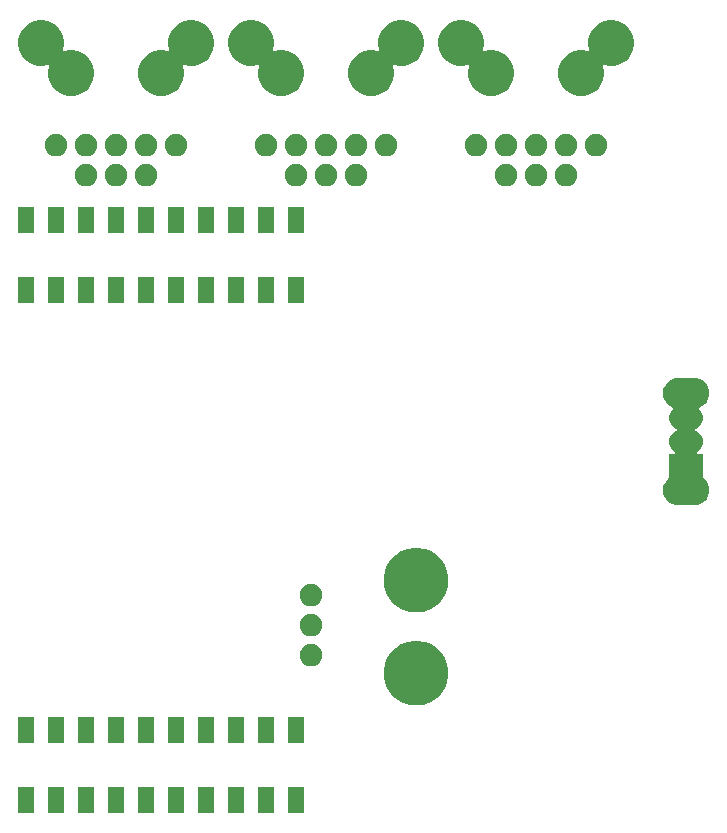
<source format=gbr>
G04 #@! TF.GenerationSoftware,KiCad,Pcbnew,(5.0.2)-1*
G04 #@! TF.CreationDate,2019-03-03T15:18:12-06:00*
G04 #@! TF.ProjectId,DriveBoard_Hardware,44726976-6542-46f6-9172-645f48617264,rev?*
G04 #@! TF.SameCoordinates,Original*
G04 #@! TF.FileFunction,Soldermask,Bot*
G04 #@! TF.FilePolarity,Negative*
%FSLAX46Y46*%
G04 Gerber Fmt 4.6, Leading zero omitted, Abs format (unit mm)*
G04 Created by KiCad (PCBNEW (5.0.2)-1) date 3/3/2019 3:18:12 PM*
%MOMM*%
%LPD*%
G01*
G04 APERTURE LIST*
%ADD10C,0.100000*%
G04 APERTURE END LIST*
D10*
G36*
X94675300Y-138553800D02*
X93284700Y-138553800D01*
X93284700Y-136375800D01*
X94675300Y-136375800D01*
X94675300Y-138553800D01*
X94675300Y-138553800D01*
G37*
G36*
X92135300Y-138553800D02*
X90744700Y-138553800D01*
X90744700Y-136375800D01*
X92135300Y-136375800D01*
X92135300Y-138553800D01*
X92135300Y-138553800D01*
G37*
G36*
X71815300Y-138553800D02*
X70424700Y-138553800D01*
X70424700Y-136375800D01*
X71815300Y-136375800D01*
X71815300Y-138553800D01*
X71815300Y-138553800D01*
G37*
G36*
X87055300Y-138553800D02*
X85664700Y-138553800D01*
X85664700Y-136375800D01*
X87055300Y-136375800D01*
X87055300Y-138553800D01*
X87055300Y-138553800D01*
G37*
G36*
X74355300Y-138553800D02*
X72964700Y-138553800D01*
X72964700Y-136375800D01*
X74355300Y-136375800D01*
X74355300Y-138553800D01*
X74355300Y-138553800D01*
G37*
G36*
X76895300Y-138553800D02*
X75504700Y-138553800D01*
X75504700Y-136375800D01*
X76895300Y-136375800D01*
X76895300Y-138553800D01*
X76895300Y-138553800D01*
G37*
G36*
X79435300Y-138553800D02*
X78044700Y-138553800D01*
X78044700Y-136375800D01*
X79435300Y-136375800D01*
X79435300Y-138553800D01*
X79435300Y-138553800D01*
G37*
G36*
X81975300Y-138553800D02*
X80584700Y-138553800D01*
X80584700Y-136375800D01*
X81975300Y-136375800D01*
X81975300Y-138553800D01*
X81975300Y-138553800D01*
G37*
G36*
X84515300Y-138553800D02*
X83124700Y-138553800D01*
X83124700Y-136375800D01*
X84515300Y-136375800D01*
X84515300Y-138553800D01*
X84515300Y-138553800D01*
G37*
G36*
X89595300Y-138553800D02*
X88204700Y-138553800D01*
X88204700Y-136375800D01*
X89595300Y-136375800D01*
X89595300Y-138553800D01*
X89595300Y-138553800D01*
G37*
G36*
X94675300Y-132661000D02*
X93284700Y-132661000D01*
X93284700Y-130483000D01*
X94675300Y-130483000D01*
X94675300Y-132661000D01*
X94675300Y-132661000D01*
G37*
G36*
X89595300Y-132661000D02*
X88204700Y-132661000D01*
X88204700Y-130483000D01*
X89595300Y-130483000D01*
X89595300Y-132661000D01*
X89595300Y-132661000D01*
G37*
G36*
X79435300Y-132661000D02*
X78044700Y-132661000D01*
X78044700Y-130483000D01*
X79435300Y-130483000D01*
X79435300Y-132661000D01*
X79435300Y-132661000D01*
G37*
G36*
X76895300Y-132661000D02*
X75504700Y-132661000D01*
X75504700Y-130483000D01*
X76895300Y-130483000D01*
X76895300Y-132661000D01*
X76895300Y-132661000D01*
G37*
G36*
X74355300Y-132661000D02*
X72964700Y-132661000D01*
X72964700Y-130483000D01*
X74355300Y-130483000D01*
X74355300Y-132661000D01*
X74355300Y-132661000D01*
G37*
G36*
X71815300Y-132661000D02*
X70424700Y-132661000D01*
X70424700Y-130483000D01*
X71815300Y-130483000D01*
X71815300Y-132661000D01*
X71815300Y-132661000D01*
G37*
G36*
X84515300Y-132661000D02*
X83124700Y-132661000D01*
X83124700Y-130483000D01*
X84515300Y-130483000D01*
X84515300Y-132661000D01*
X84515300Y-132661000D01*
G37*
G36*
X87055300Y-132661000D02*
X85664700Y-132661000D01*
X85664700Y-130483000D01*
X87055300Y-130483000D01*
X87055300Y-132661000D01*
X87055300Y-132661000D01*
G37*
G36*
X81975300Y-132661000D02*
X80584700Y-132661000D01*
X80584700Y-130483000D01*
X81975300Y-130483000D01*
X81975300Y-132661000D01*
X81975300Y-132661000D01*
G37*
G36*
X92135300Y-132661000D02*
X90744700Y-132661000D01*
X90744700Y-130483000D01*
X92135300Y-130483000D01*
X92135300Y-132661000D01*
X92135300Y-132661000D01*
G37*
G36*
X104762775Y-124076197D02*
X104939229Y-124111296D01*
X105437877Y-124317843D01*
X105873262Y-124608759D01*
X105886651Y-124617705D01*
X106268295Y-124999349D01*
X106268297Y-124999352D01*
X106568157Y-125448123D01*
X106774704Y-125946771D01*
X106880000Y-126476134D01*
X106880000Y-127015866D01*
X106774704Y-127545229D01*
X106568157Y-128043877D01*
X106270319Y-128489621D01*
X106268295Y-128492651D01*
X105886651Y-128874295D01*
X105886648Y-128874297D01*
X105437877Y-129174157D01*
X104939229Y-129380704D01*
X104762775Y-129415803D01*
X104409868Y-129486000D01*
X103870132Y-129486000D01*
X103517225Y-129415803D01*
X103340771Y-129380704D01*
X102842123Y-129174157D01*
X102393352Y-128874297D01*
X102393349Y-128874295D01*
X102011705Y-128492651D01*
X102009681Y-128489621D01*
X101711843Y-128043877D01*
X101505296Y-127545229D01*
X101400000Y-127015866D01*
X101400000Y-126476134D01*
X101505296Y-125946771D01*
X101711843Y-125448123D01*
X102011703Y-124999352D01*
X102011705Y-124999349D01*
X102393349Y-124617705D01*
X102406738Y-124608759D01*
X102842123Y-124317843D01*
X103340771Y-124111296D01*
X103517225Y-124076197D01*
X103870132Y-124006000D01*
X104409868Y-124006000D01*
X104762775Y-124076197D01*
X104762775Y-124076197D01*
G37*
G36*
X95530603Y-124296968D02*
X95530606Y-124296969D01*
X95530605Y-124296969D01*
X95705678Y-124369486D01*
X95705679Y-124369487D01*
X95863241Y-124474767D01*
X95997233Y-124608759D01*
X96050232Y-124688077D01*
X96102514Y-124766322D01*
X96158603Y-124901734D01*
X96175032Y-124941397D01*
X96212000Y-125127250D01*
X96212000Y-125316750D01*
X96175032Y-125502603D01*
X96175031Y-125502605D01*
X96102514Y-125677678D01*
X96102513Y-125677679D01*
X95997233Y-125835241D01*
X95863241Y-125969233D01*
X95783923Y-126022232D01*
X95705678Y-126074514D01*
X95570266Y-126130603D01*
X95530603Y-126147032D01*
X95344750Y-126184000D01*
X95155250Y-126184000D01*
X94969397Y-126147032D01*
X94929734Y-126130603D01*
X94794322Y-126074514D01*
X94716077Y-126022232D01*
X94636759Y-125969233D01*
X94502767Y-125835241D01*
X94397487Y-125677679D01*
X94397486Y-125677678D01*
X94324969Y-125502605D01*
X94324968Y-125502603D01*
X94288000Y-125316750D01*
X94288000Y-125127250D01*
X94324968Y-124941397D01*
X94341397Y-124901734D01*
X94397486Y-124766322D01*
X94449768Y-124688077D01*
X94502767Y-124608759D01*
X94636759Y-124474767D01*
X94794321Y-124369487D01*
X94794322Y-124369486D01*
X94969395Y-124296969D01*
X94969394Y-124296969D01*
X94969397Y-124296968D01*
X95155250Y-124260000D01*
X95344750Y-124260000D01*
X95530603Y-124296968D01*
X95530603Y-124296968D01*
G37*
G36*
X95530603Y-121756968D02*
X95530606Y-121756969D01*
X95530605Y-121756969D01*
X95705678Y-121829486D01*
X95705679Y-121829487D01*
X95863241Y-121934767D01*
X95997233Y-122068759D01*
X95997234Y-122068761D01*
X96102514Y-122226322D01*
X96158603Y-122361734D01*
X96175032Y-122401397D01*
X96212000Y-122587250D01*
X96212000Y-122776750D01*
X96175032Y-122962603D01*
X96175031Y-122962605D01*
X96102514Y-123137678D01*
X96102513Y-123137679D01*
X95997233Y-123295241D01*
X95863241Y-123429233D01*
X95783923Y-123482232D01*
X95705678Y-123534514D01*
X95570266Y-123590603D01*
X95530603Y-123607032D01*
X95344750Y-123644000D01*
X95155250Y-123644000D01*
X94969397Y-123607032D01*
X94929734Y-123590603D01*
X94794322Y-123534514D01*
X94716077Y-123482232D01*
X94636759Y-123429233D01*
X94502767Y-123295241D01*
X94397487Y-123137679D01*
X94397486Y-123137678D01*
X94324969Y-122962605D01*
X94324968Y-122962603D01*
X94288000Y-122776750D01*
X94288000Y-122587250D01*
X94324968Y-122401397D01*
X94341397Y-122361734D01*
X94397486Y-122226322D01*
X94502766Y-122068761D01*
X94502767Y-122068759D01*
X94636759Y-121934767D01*
X94794321Y-121829487D01*
X94794322Y-121829486D01*
X94969395Y-121756969D01*
X94969394Y-121756969D01*
X94969397Y-121756968D01*
X95155250Y-121720000D01*
X95344750Y-121720000D01*
X95530603Y-121756968D01*
X95530603Y-121756968D01*
G37*
G36*
X104762775Y-116202197D02*
X104939229Y-116237296D01*
X105437877Y-116443843D01*
X105883621Y-116741681D01*
X105886651Y-116743705D01*
X106268295Y-117125349D01*
X106268297Y-117125352D01*
X106568157Y-117574123D01*
X106568157Y-117574124D01*
X106774704Y-118072772D01*
X106880000Y-118602132D01*
X106880000Y-119141868D01*
X106829695Y-119394767D01*
X106774704Y-119671229D01*
X106568157Y-120169877D01*
X106399290Y-120422603D01*
X106268295Y-120618651D01*
X105886651Y-121000295D01*
X105886648Y-121000297D01*
X105437877Y-121300157D01*
X104939229Y-121506704D01*
X104762775Y-121541803D01*
X104409868Y-121612000D01*
X103870132Y-121612000D01*
X103517225Y-121541803D01*
X103340771Y-121506704D01*
X102842123Y-121300157D01*
X102393352Y-121000297D01*
X102393349Y-121000295D01*
X102011705Y-120618651D01*
X101880710Y-120422603D01*
X101711843Y-120169877D01*
X101505296Y-119671229D01*
X101450305Y-119394767D01*
X101400000Y-119141868D01*
X101400000Y-118602132D01*
X101505296Y-118072772D01*
X101711843Y-117574124D01*
X101711843Y-117574123D01*
X102011703Y-117125352D01*
X102011705Y-117125349D01*
X102393349Y-116743705D01*
X102396379Y-116741681D01*
X102842123Y-116443843D01*
X103340771Y-116237296D01*
X103517225Y-116202197D01*
X103870132Y-116132000D01*
X104409868Y-116132000D01*
X104762775Y-116202197D01*
X104762775Y-116202197D01*
G37*
G36*
X95530603Y-119216968D02*
X95530606Y-119216969D01*
X95530605Y-119216969D01*
X95705678Y-119289486D01*
X95705679Y-119289487D01*
X95863241Y-119394767D01*
X95997233Y-119528759D01*
X95997234Y-119528761D01*
X96102514Y-119686322D01*
X96158603Y-119821734D01*
X96175032Y-119861397D01*
X96212000Y-120047250D01*
X96212000Y-120236750D01*
X96175032Y-120422603D01*
X96175031Y-120422605D01*
X96102514Y-120597678D01*
X96102513Y-120597679D01*
X95997233Y-120755241D01*
X95863241Y-120889233D01*
X95783923Y-120942232D01*
X95705678Y-120994514D01*
X95570266Y-121050603D01*
X95530603Y-121067032D01*
X95344750Y-121104000D01*
X95155250Y-121104000D01*
X94969397Y-121067032D01*
X94929734Y-121050603D01*
X94794322Y-120994514D01*
X94716077Y-120942232D01*
X94636759Y-120889233D01*
X94502767Y-120755241D01*
X94397487Y-120597679D01*
X94397486Y-120597678D01*
X94324969Y-120422605D01*
X94324968Y-120422603D01*
X94288000Y-120236750D01*
X94288000Y-120047250D01*
X94324968Y-119861397D01*
X94341397Y-119821734D01*
X94397486Y-119686322D01*
X94502766Y-119528761D01*
X94502767Y-119528759D01*
X94636759Y-119394767D01*
X94794321Y-119289487D01*
X94794322Y-119289486D01*
X94969395Y-119216969D01*
X94969394Y-119216969D01*
X94969397Y-119216968D01*
X95155250Y-119180000D01*
X95344750Y-119180000D01*
X95530603Y-119216968D01*
X95530603Y-119216968D01*
G37*
G36*
X127904845Y-101770810D02*
X128149896Y-101845145D01*
X128375736Y-101965860D01*
X128573687Y-102128313D01*
X128736140Y-102326264D01*
X128856855Y-102552104D01*
X128931190Y-102797155D01*
X128956290Y-103052000D01*
X128931190Y-103306845D01*
X128856855Y-103551896D01*
X128736140Y-103777736D01*
X128573687Y-103975687D01*
X128375736Y-104138140D01*
X128169106Y-104248587D01*
X128148741Y-104262195D01*
X128131414Y-104279522D01*
X128117800Y-104299897D01*
X128108422Y-104322536D01*
X128103642Y-104346569D01*
X128103642Y-104371073D01*
X128108423Y-104395107D01*
X128117800Y-104417746D01*
X128131414Y-104438120D01*
X128148740Y-104455447D01*
X128175003Y-104477001D01*
X128293717Y-104621653D01*
X128381932Y-104786691D01*
X128436254Y-104965769D01*
X128454596Y-105152000D01*
X128436254Y-105338231D01*
X128381932Y-105517309D01*
X128293717Y-105682347D01*
X128175001Y-105827001D01*
X128030347Y-105945717D01*
X127860600Y-106036449D01*
X127847777Y-106041760D01*
X127827403Y-106055374D01*
X127810076Y-106072702D01*
X127796462Y-106093076D01*
X127787085Y-106115716D01*
X127782305Y-106139749D01*
X127782305Y-106164253D01*
X127787086Y-106188287D01*
X127796463Y-106210926D01*
X127810077Y-106231300D01*
X127827405Y-106248627D01*
X127847779Y-106262241D01*
X127860601Y-106267552D01*
X128030347Y-106358283D01*
X128175001Y-106476999D01*
X128293717Y-106621653D01*
X128381932Y-106786691D01*
X128436254Y-106965769D01*
X128454596Y-107152000D01*
X128436254Y-107338231D01*
X128381932Y-107517309D01*
X128293717Y-107682347D01*
X128175001Y-107827001D01*
X128030347Y-107945717D01*
X127990978Y-107966760D01*
X127970604Y-107980374D01*
X127953276Y-107997701D01*
X127939663Y-108018076D01*
X127930285Y-108040715D01*
X127925505Y-108064748D01*
X127925505Y-108089252D01*
X127930286Y-108113286D01*
X127939663Y-108135925D01*
X127953277Y-108156299D01*
X127970604Y-108173627D01*
X127990979Y-108187240D01*
X128013618Y-108196618D01*
X128049903Y-108202000D01*
X128450000Y-108202000D01*
X128450000Y-110167687D01*
X128452402Y-110192073D01*
X128459515Y-110215522D01*
X128471066Y-110237133D01*
X128486612Y-110256075D01*
X128495689Y-110264303D01*
X128573687Y-110328313D01*
X128736140Y-110526264D01*
X128856855Y-110752104D01*
X128931190Y-110997155D01*
X128956290Y-111252000D01*
X128931190Y-111506845D01*
X128856855Y-111751896D01*
X128736140Y-111977736D01*
X128573687Y-112175687D01*
X128375736Y-112338140D01*
X128149896Y-112458855D01*
X127904845Y-112533190D01*
X127713864Y-112552000D01*
X126286136Y-112552000D01*
X126095155Y-112533190D01*
X125850104Y-112458855D01*
X125624264Y-112338140D01*
X125426313Y-112175687D01*
X125263860Y-111977736D01*
X125143145Y-111751896D01*
X125068810Y-111506845D01*
X125043710Y-111252000D01*
X125068810Y-110997155D01*
X125143145Y-110752104D01*
X125263860Y-110526264D01*
X125426313Y-110328313D01*
X125504305Y-110264307D01*
X125521626Y-110246986D01*
X125535240Y-110226612D01*
X125544618Y-110203973D01*
X125549398Y-110179939D01*
X125550000Y-110167687D01*
X125550000Y-108202000D01*
X125950097Y-108202000D01*
X125974483Y-108199598D01*
X125997932Y-108192485D01*
X126019543Y-108180934D01*
X126038485Y-108165388D01*
X126054031Y-108146446D01*
X126065582Y-108124835D01*
X126072695Y-108101386D01*
X126075097Y-108077000D01*
X126072695Y-108052614D01*
X126065582Y-108029165D01*
X126054031Y-108007554D01*
X126038485Y-107988612D01*
X126009022Y-107966760D01*
X125969653Y-107945717D01*
X125824999Y-107827001D01*
X125706283Y-107682347D01*
X125618068Y-107517309D01*
X125563746Y-107338231D01*
X125545404Y-107152000D01*
X125563746Y-106965769D01*
X125618068Y-106786691D01*
X125706283Y-106621653D01*
X125824999Y-106476999D01*
X125969653Y-106358283D01*
X126139400Y-106267551D01*
X126152223Y-106262240D01*
X126172597Y-106248626D01*
X126189924Y-106231298D01*
X126203538Y-106210924D01*
X126212915Y-106188284D01*
X126217695Y-106164251D01*
X126217695Y-106139747D01*
X126212914Y-106115713D01*
X126203537Y-106093074D01*
X126189923Y-106072700D01*
X126172595Y-106055373D01*
X126152221Y-106041759D01*
X126139399Y-106036448D01*
X125969653Y-105945717D01*
X125824999Y-105827001D01*
X125706283Y-105682347D01*
X125618068Y-105517309D01*
X125563746Y-105338231D01*
X125545404Y-105152000D01*
X125563746Y-104965769D01*
X125618068Y-104786691D01*
X125706283Y-104621653D01*
X125824997Y-104477001D01*
X125851260Y-104455447D01*
X125868587Y-104438119D01*
X125882201Y-104417745D01*
X125891578Y-104395105D01*
X125896358Y-104371072D01*
X125896358Y-104346568D01*
X125891577Y-104322534D01*
X125882200Y-104299895D01*
X125868586Y-104279521D01*
X125851258Y-104262194D01*
X125830894Y-104248587D01*
X125624264Y-104138140D01*
X125426313Y-103975687D01*
X125263860Y-103777736D01*
X125143145Y-103551896D01*
X125068810Y-103306845D01*
X125043710Y-103052000D01*
X125068810Y-102797155D01*
X125143145Y-102552104D01*
X125263860Y-102326264D01*
X125426313Y-102128313D01*
X125624264Y-101965860D01*
X125850104Y-101845145D01*
X126095155Y-101770810D01*
X126286136Y-101752000D01*
X127713864Y-101752000D01*
X127904845Y-101770810D01*
X127904845Y-101770810D01*
G37*
G36*
X84515300Y-95373800D02*
X83124700Y-95373800D01*
X83124700Y-93195800D01*
X84515300Y-93195800D01*
X84515300Y-95373800D01*
X84515300Y-95373800D01*
G37*
G36*
X71815300Y-95373800D02*
X70424700Y-95373800D01*
X70424700Y-93195800D01*
X71815300Y-93195800D01*
X71815300Y-95373800D01*
X71815300Y-95373800D01*
G37*
G36*
X74355300Y-95373800D02*
X72964700Y-95373800D01*
X72964700Y-93195800D01*
X74355300Y-93195800D01*
X74355300Y-95373800D01*
X74355300Y-95373800D01*
G37*
G36*
X76895300Y-95373800D02*
X75504700Y-95373800D01*
X75504700Y-93195800D01*
X76895300Y-93195800D01*
X76895300Y-95373800D01*
X76895300Y-95373800D01*
G37*
G36*
X81975300Y-95373800D02*
X80584700Y-95373800D01*
X80584700Y-93195800D01*
X81975300Y-93195800D01*
X81975300Y-95373800D01*
X81975300Y-95373800D01*
G37*
G36*
X87055300Y-95373800D02*
X85664700Y-95373800D01*
X85664700Y-93195800D01*
X87055300Y-93195800D01*
X87055300Y-95373800D01*
X87055300Y-95373800D01*
G37*
G36*
X89595300Y-95373800D02*
X88204700Y-95373800D01*
X88204700Y-93195800D01*
X89595300Y-93195800D01*
X89595300Y-95373800D01*
X89595300Y-95373800D01*
G37*
G36*
X92135300Y-95373800D02*
X90744700Y-95373800D01*
X90744700Y-93195800D01*
X92135300Y-93195800D01*
X92135300Y-95373800D01*
X92135300Y-95373800D01*
G37*
G36*
X94675300Y-95373800D02*
X93284700Y-95373800D01*
X93284700Y-93195800D01*
X94675300Y-93195800D01*
X94675300Y-95373800D01*
X94675300Y-95373800D01*
G37*
G36*
X79435300Y-95373800D02*
X78044700Y-95373800D01*
X78044700Y-93195800D01*
X79435300Y-93195800D01*
X79435300Y-95373800D01*
X79435300Y-95373800D01*
G37*
G36*
X71815300Y-89481000D02*
X70424700Y-89481000D01*
X70424700Y-87303000D01*
X71815300Y-87303000D01*
X71815300Y-89481000D01*
X71815300Y-89481000D01*
G37*
G36*
X74355300Y-89481000D02*
X72964700Y-89481000D01*
X72964700Y-87303000D01*
X74355300Y-87303000D01*
X74355300Y-89481000D01*
X74355300Y-89481000D01*
G37*
G36*
X79435300Y-89481000D02*
X78044700Y-89481000D01*
X78044700Y-87303000D01*
X79435300Y-87303000D01*
X79435300Y-89481000D01*
X79435300Y-89481000D01*
G37*
G36*
X81975300Y-89481000D02*
X80584700Y-89481000D01*
X80584700Y-87303000D01*
X81975300Y-87303000D01*
X81975300Y-89481000D01*
X81975300Y-89481000D01*
G37*
G36*
X89595300Y-89481000D02*
X88204700Y-89481000D01*
X88204700Y-87303000D01*
X89595300Y-87303000D01*
X89595300Y-89481000D01*
X89595300Y-89481000D01*
G37*
G36*
X84515300Y-89481000D02*
X83124700Y-89481000D01*
X83124700Y-87303000D01*
X84515300Y-87303000D01*
X84515300Y-89481000D01*
X84515300Y-89481000D01*
G37*
G36*
X92135300Y-89481000D02*
X90744700Y-89481000D01*
X90744700Y-87303000D01*
X92135300Y-87303000D01*
X92135300Y-89481000D01*
X92135300Y-89481000D01*
G37*
G36*
X94675300Y-89481000D02*
X93284700Y-89481000D01*
X93284700Y-87303000D01*
X94675300Y-87303000D01*
X94675300Y-89481000D01*
X94675300Y-89481000D01*
G37*
G36*
X76895300Y-89481000D02*
X75504700Y-89481000D01*
X75504700Y-87303000D01*
X76895300Y-87303000D01*
X76895300Y-89481000D01*
X76895300Y-89481000D01*
G37*
G36*
X87055300Y-89481000D02*
X85664700Y-89481000D01*
X85664700Y-87303000D01*
X87055300Y-87303000D01*
X87055300Y-89481000D01*
X87055300Y-89481000D01*
G37*
G36*
X114580603Y-83656968D02*
X114580606Y-83656969D01*
X114580605Y-83656969D01*
X114755678Y-83729486D01*
X114755679Y-83729487D01*
X114913241Y-83834767D01*
X115047233Y-83968759D01*
X115047234Y-83968761D01*
X115152514Y-84126322D01*
X115208603Y-84261734D01*
X115225032Y-84301397D01*
X115262000Y-84487250D01*
X115262000Y-84676750D01*
X115225032Y-84862603D01*
X115225031Y-84862605D01*
X115152514Y-85037678D01*
X115152513Y-85037679D01*
X115047233Y-85195241D01*
X114913241Y-85329233D01*
X114833923Y-85382232D01*
X114755678Y-85434514D01*
X114620266Y-85490603D01*
X114580603Y-85507032D01*
X114394750Y-85544000D01*
X114205250Y-85544000D01*
X114019397Y-85507032D01*
X113979734Y-85490603D01*
X113844322Y-85434514D01*
X113766077Y-85382232D01*
X113686759Y-85329233D01*
X113552767Y-85195241D01*
X113447487Y-85037679D01*
X113447486Y-85037678D01*
X113374969Y-84862605D01*
X113374968Y-84862603D01*
X113338000Y-84676750D01*
X113338000Y-84487250D01*
X113374968Y-84301397D01*
X113391397Y-84261734D01*
X113447486Y-84126322D01*
X113552766Y-83968761D01*
X113552767Y-83968759D01*
X113686759Y-83834767D01*
X113844321Y-83729487D01*
X113844322Y-83729486D01*
X114019395Y-83656969D01*
X114019394Y-83656969D01*
X114019397Y-83656968D01*
X114205250Y-83620000D01*
X114394750Y-83620000D01*
X114580603Y-83656968D01*
X114580603Y-83656968D01*
G37*
G36*
X76480603Y-83656968D02*
X76480606Y-83656969D01*
X76480605Y-83656969D01*
X76655678Y-83729486D01*
X76655679Y-83729487D01*
X76813241Y-83834767D01*
X76947233Y-83968759D01*
X76947234Y-83968761D01*
X77052514Y-84126322D01*
X77108603Y-84261734D01*
X77125032Y-84301397D01*
X77162000Y-84487250D01*
X77162000Y-84676750D01*
X77125032Y-84862603D01*
X77125031Y-84862605D01*
X77052514Y-85037678D01*
X77052513Y-85037679D01*
X76947233Y-85195241D01*
X76813241Y-85329233D01*
X76733923Y-85382232D01*
X76655678Y-85434514D01*
X76520266Y-85490603D01*
X76480603Y-85507032D01*
X76294750Y-85544000D01*
X76105250Y-85544000D01*
X75919397Y-85507032D01*
X75879734Y-85490603D01*
X75744322Y-85434514D01*
X75666077Y-85382232D01*
X75586759Y-85329233D01*
X75452767Y-85195241D01*
X75347487Y-85037679D01*
X75347486Y-85037678D01*
X75274969Y-84862605D01*
X75274968Y-84862603D01*
X75238000Y-84676750D01*
X75238000Y-84487250D01*
X75274968Y-84301397D01*
X75291397Y-84261734D01*
X75347486Y-84126322D01*
X75452766Y-83968761D01*
X75452767Y-83968759D01*
X75586759Y-83834767D01*
X75744321Y-83729487D01*
X75744322Y-83729486D01*
X75919395Y-83656969D01*
X75919394Y-83656969D01*
X75919397Y-83656968D01*
X76105250Y-83620000D01*
X76294750Y-83620000D01*
X76480603Y-83656968D01*
X76480603Y-83656968D01*
G37*
G36*
X117120603Y-83656968D02*
X117120606Y-83656969D01*
X117120605Y-83656969D01*
X117295678Y-83729486D01*
X117295679Y-83729487D01*
X117453241Y-83834767D01*
X117587233Y-83968759D01*
X117587234Y-83968761D01*
X117692514Y-84126322D01*
X117748603Y-84261734D01*
X117765032Y-84301397D01*
X117802000Y-84487250D01*
X117802000Y-84676750D01*
X117765032Y-84862603D01*
X117765031Y-84862605D01*
X117692514Y-85037678D01*
X117692513Y-85037679D01*
X117587233Y-85195241D01*
X117453241Y-85329233D01*
X117373923Y-85382232D01*
X117295678Y-85434514D01*
X117160266Y-85490603D01*
X117120603Y-85507032D01*
X116934750Y-85544000D01*
X116745250Y-85544000D01*
X116559397Y-85507032D01*
X116519734Y-85490603D01*
X116384322Y-85434514D01*
X116306077Y-85382232D01*
X116226759Y-85329233D01*
X116092767Y-85195241D01*
X115987487Y-85037679D01*
X115987486Y-85037678D01*
X115914969Y-84862605D01*
X115914968Y-84862603D01*
X115878000Y-84676750D01*
X115878000Y-84487250D01*
X115914968Y-84301397D01*
X115931397Y-84261734D01*
X115987486Y-84126322D01*
X116092766Y-83968761D01*
X116092767Y-83968759D01*
X116226759Y-83834767D01*
X116384321Y-83729487D01*
X116384322Y-83729486D01*
X116559395Y-83656969D01*
X116559394Y-83656969D01*
X116559397Y-83656968D01*
X116745250Y-83620000D01*
X116934750Y-83620000D01*
X117120603Y-83656968D01*
X117120603Y-83656968D01*
G37*
G36*
X79020603Y-83656968D02*
X79020606Y-83656969D01*
X79020605Y-83656969D01*
X79195678Y-83729486D01*
X79195679Y-83729487D01*
X79353241Y-83834767D01*
X79487233Y-83968759D01*
X79487234Y-83968761D01*
X79592514Y-84126322D01*
X79648603Y-84261734D01*
X79665032Y-84301397D01*
X79702000Y-84487250D01*
X79702000Y-84676750D01*
X79665032Y-84862603D01*
X79665031Y-84862605D01*
X79592514Y-85037678D01*
X79592513Y-85037679D01*
X79487233Y-85195241D01*
X79353241Y-85329233D01*
X79273923Y-85382232D01*
X79195678Y-85434514D01*
X79060266Y-85490603D01*
X79020603Y-85507032D01*
X78834750Y-85544000D01*
X78645250Y-85544000D01*
X78459397Y-85507032D01*
X78419734Y-85490603D01*
X78284322Y-85434514D01*
X78206077Y-85382232D01*
X78126759Y-85329233D01*
X77992767Y-85195241D01*
X77887487Y-85037679D01*
X77887486Y-85037678D01*
X77814969Y-84862605D01*
X77814968Y-84862603D01*
X77778000Y-84676750D01*
X77778000Y-84487250D01*
X77814968Y-84301397D01*
X77831397Y-84261734D01*
X77887486Y-84126322D01*
X77992766Y-83968761D01*
X77992767Y-83968759D01*
X78126759Y-83834767D01*
X78284321Y-83729487D01*
X78284322Y-83729486D01*
X78459395Y-83656969D01*
X78459394Y-83656969D01*
X78459397Y-83656968D01*
X78645250Y-83620000D01*
X78834750Y-83620000D01*
X79020603Y-83656968D01*
X79020603Y-83656968D01*
G37*
G36*
X94260603Y-83656968D02*
X94260606Y-83656969D01*
X94260605Y-83656969D01*
X94435678Y-83729486D01*
X94435679Y-83729487D01*
X94593241Y-83834767D01*
X94727233Y-83968759D01*
X94727234Y-83968761D01*
X94832514Y-84126322D01*
X94888603Y-84261734D01*
X94905032Y-84301397D01*
X94942000Y-84487250D01*
X94942000Y-84676750D01*
X94905032Y-84862603D01*
X94905031Y-84862605D01*
X94832514Y-85037678D01*
X94832513Y-85037679D01*
X94727233Y-85195241D01*
X94593241Y-85329233D01*
X94513923Y-85382232D01*
X94435678Y-85434514D01*
X94300266Y-85490603D01*
X94260603Y-85507032D01*
X94074750Y-85544000D01*
X93885250Y-85544000D01*
X93699397Y-85507032D01*
X93659734Y-85490603D01*
X93524322Y-85434514D01*
X93446077Y-85382232D01*
X93366759Y-85329233D01*
X93232767Y-85195241D01*
X93127487Y-85037679D01*
X93127486Y-85037678D01*
X93054969Y-84862605D01*
X93054968Y-84862603D01*
X93018000Y-84676750D01*
X93018000Y-84487250D01*
X93054968Y-84301397D01*
X93071397Y-84261734D01*
X93127486Y-84126322D01*
X93232766Y-83968761D01*
X93232767Y-83968759D01*
X93366759Y-83834767D01*
X93524321Y-83729487D01*
X93524322Y-83729486D01*
X93699395Y-83656969D01*
X93699394Y-83656969D01*
X93699397Y-83656968D01*
X93885250Y-83620000D01*
X94074750Y-83620000D01*
X94260603Y-83656968D01*
X94260603Y-83656968D01*
G37*
G36*
X81560603Y-83656968D02*
X81560606Y-83656969D01*
X81560605Y-83656969D01*
X81735678Y-83729486D01*
X81735679Y-83729487D01*
X81893241Y-83834767D01*
X82027233Y-83968759D01*
X82027234Y-83968761D01*
X82132514Y-84126322D01*
X82188603Y-84261734D01*
X82205032Y-84301397D01*
X82242000Y-84487250D01*
X82242000Y-84676750D01*
X82205032Y-84862603D01*
X82205031Y-84862605D01*
X82132514Y-85037678D01*
X82132513Y-85037679D01*
X82027233Y-85195241D01*
X81893241Y-85329233D01*
X81813923Y-85382232D01*
X81735678Y-85434514D01*
X81600266Y-85490603D01*
X81560603Y-85507032D01*
X81374750Y-85544000D01*
X81185250Y-85544000D01*
X80999397Y-85507032D01*
X80959734Y-85490603D01*
X80824322Y-85434514D01*
X80746077Y-85382232D01*
X80666759Y-85329233D01*
X80532767Y-85195241D01*
X80427487Y-85037679D01*
X80427486Y-85037678D01*
X80354969Y-84862605D01*
X80354968Y-84862603D01*
X80318000Y-84676750D01*
X80318000Y-84487250D01*
X80354968Y-84301397D01*
X80371397Y-84261734D01*
X80427486Y-84126322D01*
X80532766Y-83968761D01*
X80532767Y-83968759D01*
X80666759Y-83834767D01*
X80824321Y-83729487D01*
X80824322Y-83729486D01*
X80999395Y-83656969D01*
X80999394Y-83656969D01*
X80999397Y-83656968D01*
X81185250Y-83620000D01*
X81374750Y-83620000D01*
X81560603Y-83656968D01*
X81560603Y-83656968D01*
G37*
G36*
X112040603Y-83656968D02*
X112040606Y-83656969D01*
X112040605Y-83656969D01*
X112215678Y-83729486D01*
X112215679Y-83729487D01*
X112373241Y-83834767D01*
X112507233Y-83968759D01*
X112507234Y-83968761D01*
X112612514Y-84126322D01*
X112668603Y-84261734D01*
X112685032Y-84301397D01*
X112722000Y-84487250D01*
X112722000Y-84676750D01*
X112685032Y-84862603D01*
X112685031Y-84862605D01*
X112612514Y-85037678D01*
X112612513Y-85037679D01*
X112507233Y-85195241D01*
X112373241Y-85329233D01*
X112293923Y-85382232D01*
X112215678Y-85434514D01*
X112080266Y-85490603D01*
X112040603Y-85507032D01*
X111854750Y-85544000D01*
X111665250Y-85544000D01*
X111479397Y-85507032D01*
X111439734Y-85490603D01*
X111304322Y-85434514D01*
X111226077Y-85382232D01*
X111146759Y-85329233D01*
X111012767Y-85195241D01*
X110907487Y-85037679D01*
X110907486Y-85037678D01*
X110834969Y-84862605D01*
X110834968Y-84862603D01*
X110798000Y-84676750D01*
X110798000Y-84487250D01*
X110834968Y-84301397D01*
X110851397Y-84261734D01*
X110907486Y-84126322D01*
X111012766Y-83968761D01*
X111012767Y-83968759D01*
X111146759Y-83834767D01*
X111304321Y-83729487D01*
X111304322Y-83729486D01*
X111479395Y-83656969D01*
X111479394Y-83656969D01*
X111479397Y-83656968D01*
X111665250Y-83620000D01*
X111854750Y-83620000D01*
X112040603Y-83656968D01*
X112040603Y-83656968D01*
G37*
G36*
X96800603Y-83656968D02*
X96800606Y-83656969D01*
X96800605Y-83656969D01*
X96975678Y-83729486D01*
X96975679Y-83729487D01*
X97133241Y-83834767D01*
X97267233Y-83968759D01*
X97267234Y-83968761D01*
X97372514Y-84126322D01*
X97428603Y-84261734D01*
X97445032Y-84301397D01*
X97482000Y-84487250D01*
X97482000Y-84676750D01*
X97445032Y-84862603D01*
X97445031Y-84862605D01*
X97372514Y-85037678D01*
X97372513Y-85037679D01*
X97267233Y-85195241D01*
X97133241Y-85329233D01*
X97053923Y-85382232D01*
X96975678Y-85434514D01*
X96840266Y-85490603D01*
X96800603Y-85507032D01*
X96614750Y-85544000D01*
X96425250Y-85544000D01*
X96239397Y-85507032D01*
X96199734Y-85490603D01*
X96064322Y-85434514D01*
X95986077Y-85382232D01*
X95906759Y-85329233D01*
X95772767Y-85195241D01*
X95667487Y-85037679D01*
X95667486Y-85037678D01*
X95594969Y-84862605D01*
X95594968Y-84862603D01*
X95558000Y-84676750D01*
X95558000Y-84487250D01*
X95594968Y-84301397D01*
X95611397Y-84261734D01*
X95667486Y-84126322D01*
X95772766Y-83968761D01*
X95772767Y-83968759D01*
X95906759Y-83834767D01*
X96064321Y-83729487D01*
X96064322Y-83729486D01*
X96239395Y-83656969D01*
X96239394Y-83656969D01*
X96239397Y-83656968D01*
X96425250Y-83620000D01*
X96614750Y-83620000D01*
X96800603Y-83656968D01*
X96800603Y-83656968D01*
G37*
G36*
X99340603Y-83656968D02*
X99340606Y-83656969D01*
X99340605Y-83656969D01*
X99515678Y-83729486D01*
X99515679Y-83729487D01*
X99673241Y-83834767D01*
X99807233Y-83968759D01*
X99807234Y-83968761D01*
X99912514Y-84126322D01*
X99968603Y-84261734D01*
X99985032Y-84301397D01*
X100022000Y-84487250D01*
X100022000Y-84676750D01*
X99985032Y-84862603D01*
X99985031Y-84862605D01*
X99912514Y-85037678D01*
X99912513Y-85037679D01*
X99807233Y-85195241D01*
X99673241Y-85329233D01*
X99593923Y-85382232D01*
X99515678Y-85434514D01*
X99380266Y-85490603D01*
X99340603Y-85507032D01*
X99154750Y-85544000D01*
X98965250Y-85544000D01*
X98779397Y-85507032D01*
X98739734Y-85490603D01*
X98604322Y-85434514D01*
X98526077Y-85382232D01*
X98446759Y-85329233D01*
X98312767Y-85195241D01*
X98207487Y-85037679D01*
X98207486Y-85037678D01*
X98134969Y-84862605D01*
X98134968Y-84862603D01*
X98098000Y-84676750D01*
X98098000Y-84487250D01*
X98134968Y-84301397D01*
X98151397Y-84261734D01*
X98207486Y-84126322D01*
X98312766Y-83968761D01*
X98312767Y-83968759D01*
X98446759Y-83834767D01*
X98604321Y-83729487D01*
X98604322Y-83729486D01*
X98779395Y-83656969D01*
X98779394Y-83656969D01*
X98779397Y-83656968D01*
X98965250Y-83620000D01*
X99154750Y-83620000D01*
X99340603Y-83656968D01*
X99340603Y-83656968D01*
G37*
G36*
X91720603Y-81116968D02*
X91720606Y-81116969D01*
X91720605Y-81116969D01*
X91895678Y-81189486D01*
X91895679Y-81189487D01*
X92053241Y-81294767D01*
X92187233Y-81428759D01*
X92187234Y-81428761D01*
X92292514Y-81586322D01*
X92348603Y-81721734D01*
X92365032Y-81761397D01*
X92402000Y-81947250D01*
X92402000Y-82136750D01*
X92365032Y-82322603D01*
X92365031Y-82322605D01*
X92292514Y-82497678D01*
X92292513Y-82497679D01*
X92187233Y-82655241D01*
X92053241Y-82789233D01*
X91973923Y-82842232D01*
X91895678Y-82894514D01*
X91760266Y-82950603D01*
X91720603Y-82967032D01*
X91534750Y-83004000D01*
X91345250Y-83004000D01*
X91159397Y-82967032D01*
X91119734Y-82950603D01*
X90984322Y-82894514D01*
X90906077Y-82842232D01*
X90826759Y-82789233D01*
X90692767Y-82655241D01*
X90587487Y-82497679D01*
X90587486Y-82497678D01*
X90514969Y-82322605D01*
X90514968Y-82322603D01*
X90478000Y-82136750D01*
X90478000Y-81947250D01*
X90514968Y-81761397D01*
X90531397Y-81721734D01*
X90587486Y-81586322D01*
X90692766Y-81428761D01*
X90692767Y-81428759D01*
X90826759Y-81294767D01*
X90984321Y-81189487D01*
X90984322Y-81189486D01*
X91159395Y-81116969D01*
X91159394Y-81116969D01*
X91159397Y-81116968D01*
X91345250Y-81080000D01*
X91534750Y-81080000D01*
X91720603Y-81116968D01*
X91720603Y-81116968D01*
G37*
G36*
X119660603Y-81116968D02*
X119660606Y-81116969D01*
X119660605Y-81116969D01*
X119835678Y-81189486D01*
X119835679Y-81189487D01*
X119993241Y-81294767D01*
X120127233Y-81428759D01*
X120127234Y-81428761D01*
X120232514Y-81586322D01*
X120288603Y-81721734D01*
X120305032Y-81761397D01*
X120342000Y-81947250D01*
X120342000Y-82136750D01*
X120305032Y-82322603D01*
X120305031Y-82322605D01*
X120232514Y-82497678D01*
X120232513Y-82497679D01*
X120127233Y-82655241D01*
X119993241Y-82789233D01*
X119913923Y-82842232D01*
X119835678Y-82894514D01*
X119700266Y-82950603D01*
X119660603Y-82967032D01*
X119474750Y-83004000D01*
X119285250Y-83004000D01*
X119099397Y-82967032D01*
X119059734Y-82950603D01*
X118924322Y-82894514D01*
X118846077Y-82842232D01*
X118766759Y-82789233D01*
X118632767Y-82655241D01*
X118527487Y-82497679D01*
X118527486Y-82497678D01*
X118454969Y-82322605D01*
X118454968Y-82322603D01*
X118418000Y-82136750D01*
X118418000Y-81947250D01*
X118454968Y-81761397D01*
X118471397Y-81721734D01*
X118527486Y-81586322D01*
X118632766Y-81428761D01*
X118632767Y-81428759D01*
X118766759Y-81294767D01*
X118924321Y-81189487D01*
X118924322Y-81189486D01*
X119099395Y-81116969D01*
X119099394Y-81116969D01*
X119099397Y-81116968D01*
X119285250Y-81080000D01*
X119474750Y-81080000D01*
X119660603Y-81116968D01*
X119660603Y-81116968D01*
G37*
G36*
X117120603Y-81116968D02*
X117120606Y-81116969D01*
X117120605Y-81116969D01*
X117295678Y-81189486D01*
X117295679Y-81189487D01*
X117453241Y-81294767D01*
X117587233Y-81428759D01*
X117587234Y-81428761D01*
X117692514Y-81586322D01*
X117748603Y-81721734D01*
X117765032Y-81761397D01*
X117802000Y-81947250D01*
X117802000Y-82136750D01*
X117765032Y-82322603D01*
X117765031Y-82322605D01*
X117692514Y-82497678D01*
X117692513Y-82497679D01*
X117587233Y-82655241D01*
X117453241Y-82789233D01*
X117373923Y-82842232D01*
X117295678Y-82894514D01*
X117160266Y-82950603D01*
X117120603Y-82967032D01*
X116934750Y-83004000D01*
X116745250Y-83004000D01*
X116559397Y-82967032D01*
X116519734Y-82950603D01*
X116384322Y-82894514D01*
X116306077Y-82842232D01*
X116226759Y-82789233D01*
X116092767Y-82655241D01*
X115987487Y-82497679D01*
X115987486Y-82497678D01*
X115914969Y-82322605D01*
X115914968Y-82322603D01*
X115878000Y-82136750D01*
X115878000Y-81947250D01*
X115914968Y-81761397D01*
X115931397Y-81721734D01*
X115987486Y-81586322D01*
X116092766Y-81428761D01*
X116092767Y-81428759D01*
X116226759Y-81294767D01*
X116384321Y-81189487D01*
X116384322Y-81189486D01*
X116559395Y-81116969D01*
X116559394Y-81116969D01*
X116559397Y-81116968D01*
X116745250Y-81080000D01*
X116934750Y-81080000D01*
X117120603Y-81116968D01*
X117120603Y-81116968D01*
G37*
G36*
X114580603Y-81116968D02*
X114580606Y-81116969D01*
X114580605Y-81116969D01*
X114755678Y-81189486D01*
X114755679Y-81189487D01*
X114913241Y-81294767D01*
X115047233Y-81428759D01*
X115047234Y-81428761D01*
X115152514Y-81586322D01*
X115208603Y-81721734D01*
X115225032Y-81761397D01*
X115262000Y-81947250D01*
X115262000Y-82136750D01*
X115225032Y-82322603D01*
X115225031Y-82322605D01*
X115152514Y-82497678D01*
X115152513Y-82497679D01*
X115047233Y-82655241D01*
X114913241Y-82789233D01*
X114833923Y-82842232D01*
X114755678Y-82894514D01*
X114620266Y-82950603D01*
X114580603Y-82967032D01*
X114394750Y-83004000D01*
X114205250Y-83004000D01*
X114019397Y-82967032D01*
X113979734Y-82950603D01*
X113844322Y-82894514D01*
X113766077Y-82842232D01*
X113686759Y-82789233D01*
X113552767Y-82655241D01*
X113447487Y-82497679D01*
X113447486Y-82497678D01*
X113374969Y-82322605D01*
X113374968Y-82322603D01*
X113338000Y-82136750D01*
X113338000Y-81947250D01*
X113374968Y-81761397D01*
X113391397Y-81721734D01*
X113447486Y-81586322D01*
X113552766Y-81428761D01*
X113552767Y-81428759D01*
X113686759Y-81294767D01*
X113844321Y-81189487D01*
X113844322Y-81189486D01*
X114019395Y-81116969D01*
X114019394Y-81116969D01*
X114019397Y-81116968D01*
X114205250Y-81080000D01*
X114394750Y-81080000D01*
X114580603Y-81116968D01*
X114580603Y-81116968D01*
G37*
G36*
X112040603Y-81116968D02*
X112040606Y-81116969D01*
X112040605Y-81116969D01*
X112215678Y-81189486D01*
X112215679Y-81189487D01*
X112373241Y-81294767D01*
X112507233Y-81428759D01*
X112507234Y-81428761D01*
X112612514Y-81586322D01*
X112668603Y-81721734D01*
X112685032Y-81761397D01*
X112722000Y-81947250D01*
X112722000Y-82136750D01*
X112685032Y-82322603D01*
X112685031Y-82322605D01*
X112612514Y-82497678D01*
X112612513Y-82497679D01*
X112507233Y-82655241D01*
X112373241Y-82789233D01*
X112293923Y-82842232D01*
X112215678Y-82894514D01*
X112080266Y-82950603D01*
X112040603Y-82967032D01*
X111854750Y-83004000D01*
X111665250Y-83004000D01*
X111479397Y-82967032D01*
X111439734Y-82950603D01*
X111304322Y-82894514D01*
X111226077Y-82842232D01*
X111146759Y-82789233D01*
X111012767Y-82655241D01*
X110907487Y-82497679D01*
X110907486Y-82497678D01*
X110834969Y-82322605D01*
X110834968Y-82322603D01*
X110798000Y-82136750D01*
X110798000Y-81947250D01*
X110834968Y-81761397D01*
X110851397Y-81721734D01*
X110907486Y-81586322D01*
X111012766Y-81428761D01*
X111012767Y-81428759D01*
X111146759Y-81294767D01*
X111304321Y-81189487D01*
X111304322Y-81189486D01*
X111479395Y-81116969D01*
X111479394Y-81116969D01*
X111479397Y-81116968D01*
X111665250Y-81080000D01*
X111854750Y-81080000D01*
X112040603Y-81116968D01*
X112040603Y-81116968D01*
G37*
G36*
X109500603Y-81116968D02*
X109500606Y-81116969D01*
X109500605Y-81116969D01*
X109675678Y-81189486D01*
X109675679Y-81189487D01*
X109833241Y-81294767D01*
X109967233Y-81428759D01*
X109967234Y-81428761D01*
X110072514Y-81586322D01*
X110128603Y-81721734D01*
X110145032Y-81761397D01*
X110182000Y-81947250D01*
X110182000Y-82136750D01*
X110145032Y-82322603D01*
X110145031Y-82322605D01*
X110072514Y-82497678D01*
X110072513Y-82497679D01*
X109967233Y-82655241D01*
X109833241Y-82789233D01*
X109753923Y-82842232D01*
X109675678Y-82894514D01*
X109540266Y-82950603D01*
X109500603Y-82967032D01*
X109314750Y-83004000D01*
X109125250Y-83004000D01*
X108939397Y-82967032D01*
X108899734Y-82950603D01*
X108764322Y-82894514D01*
X108686077Y-82842232D01*
X108606759Y-82789233D01*
X108472767Y-82655241D01*
X108367487Y-82497679D01*
X108367486Y-82497678D01*
X108294969Y-82322605D01*
X108294968Y-82322603D01*
X108258000Y-82136750D01*
X108258000Y-81947250D01*
X108294968Y-81761397D01*
X108311397Y-81721734D01*
X108367486Y-81586322D01*
X108472766Y-81428761D01*
X108472767Y-81428759D01*
X108606759Y-81294767D01*
X108764321Y-81189487D01*
X108764322Y-81189486D01*
X108939395Y-81116969D01*
X108939394Y-81116969D01*
X108939397Y-81116968D01*
X109125250Y-81080000D01*
X109314750Y-81080000D01*
X109500603Y-81116968D01*
X109500603Y-81116968D01*
G37*
G36*
X73940603Y-81116968D02*
X73940606Y-81116969D01*
X73940605Y-81116969D01*
X74115678Y-81189486D01*
X74115679Y-81189487D01*
X74273241Y-81294767D01*
X74407233Y-81428759D01*
X74407234Y-81428761D01*
X74512514Y-81586322D01*
X74568603Y-81721734D01*
X74585032Y-81761397D01*
X74622000Y-81947250D01*
X74622000Y-82136750D01*
X74585032Y-82322603D01*
X74585031Y-82322605D01*
X74512514Y-82497678D01*
X74512513Y-82497679D01*
X74407233Y-82655241D01*
X74273241Y-82789233D01*
X74193923Y-82842232D01*
X74115678Y-82894514D01*
X73980266Y-82950603D01*
X73940603Y-82967032D01*
X73754750Y-83004000D01*
X73565250Y-83004000D01*
X73379397Y-82967032D01*
X73339734Y-82950603D01*
X73204322Y-82894514D01*
X73126077Y-82842232D01*
X73046759Y-82789233D01*
X72912767Y-82655241D01*
X72807487Y-82497679D01*
X72807486Y-82497678D01*
X72734969Y-82322605D01*
X72734968Y-82322603D01*
X72698000Y-82136750D01*
X72698000Y-81947250D01*
X72734968Y-81761397D01*
X72751397Y-81721734D01*
X72807486Y-81586322D01*
X72912766Y-81428761D01*
X72912767Y-81428759D01*
X73046759Y-81294767D01*
X73204321Y-81189487D01*
X73204322Y-81189486D01*
X73379395Y-81116969D01*
X73379394Y-81116969D01*
X73379397Y-81116968D01*
X73565250Y-81080000D01*
X73754750Y-81080000D01*
X73940603Y-81116968D01*
X73940603Y-81116968D01*
G37*
G36*
X79020603Y-81116968D02*
X79020606Y-81116969D01*
X79020605Y-81116969D01*
X79195678Y-81189486D01*
X79195679Y-81189487D01*
X79353241Y-81294767D01*
X79487233Y-81428759D01*
X79487234Y-81428761D01*
X79592514Y-81586322D01*
X79648603Y-81721734D01*
X79665032Y-81761397D01*
X79702000Y-81947250D01*
X79702000Y-82136750D01*
X79665032Y-82322603D01*
X79665031Y-82322605D01*
X79592514Y-82497678D01*
X79592513Y-82497679D01*
X79487233Y-82655241D01*
X79353241Y-82789233D01*
X79273923Y-82842232D01*
X79195678Y-82894514D01*
X79060266Y-82950603D01*
X79020603Y-82967032D01*
X78834750Y-83004000D01*
X78645250Y-83004000D01*
X78459397Y-82967032D01*
X78419734Y-82950603D01*
X78284322Y-82894514D01*
X78206077Y-82842232D01*
X78126759Y-82789233D01*
X77992767Y-82655241D01*
X77887487Y-82497679D01*
X77887486Y-82497678D01*
X77814969Y-82322605D01*
X77814968Y-82322603D01*
X77778000Y-82136750D01*
X77778000Y-81947250D01*
X77814968Y-81761397D01*
X77831397Y-81721734D01*
X77887486Y-81586322D01*
X77992766Y-81428761D01*
X77992767Y-81428759D01*
X78126759Y-81294767D01*
X78284321Y-81189487D01*
X78284322Y-81189486D01*
X78459395Y-81116969D01*
X78459394Y-81116969D01*
X78459397Y-81116968D01*
X78645250Y-81080000D01*
X78834750Y-81080000D01*
X79020603Y-81116968D01*
X79020603Y-81116968D01*
G37*
G36*
X81560603Y-81116968D02*
X81560606Y-81116969D01*
X81560605Y-81116969D01*
X81735678Y-81189486D01*
X81735679Y-81189487D01*
X81893241Y-81294767D01*
X82027233Y-81428759D01*
X82027234Y-81428761D01*
X82132514Y-81586322D01*
X82188603Y-81721734D01*
X82205032Y-81761397D01*
X82242000Y-81947250D01*
X82242000Y-82136750D01*
X82205032Y-82322603D01*
X82205031Y-82322605D01*
X82132514Y-82497678D01*
X82132513Y-82497679D01*
X82027233Y-82655241D01*
X81893241Y-82789233D01*
X81813923Y-82842232D01*
X81735678Y-82894514D01*
X81600266Y-82950603D01*
X81560603Y-82967032D01*
X81374750Y-83004000D01*
X81185250Y-83004000D01*
X80999397Y-82967032D01*
X80959734Y-82950603D01*
X80824322Y-82894514D01*
X80746077Y-82842232D01*
X80666759Y-82789233D01*
X80532767Y-82655241D01*
X80427487Y-82497679D01*
X80427486Y-82497678D01*
X80354969Y-82322605D01*
X80354968Y-82322603D01*
X80318000Y-82136750D01*
X80318000Y-81947250D01*
X80354968Y-81761397D01*
X80371397Y-81721734D01*
X80427486Y-81586322D01*
X80532766Y-81428761D01*
X80532767Y-81428759D01*
X80666759Y-81294767D01*
X80824321Y-81189487D01*
X80824322Y-81189486D01*
X80999395Y-81116969D01*
X80999394Y-81116969D01*
X80999397Y-81116968D01*
X81185250Y-81080000D01*
X81374750Y-81080000D01*
X81560603Y-81116968D01*
X81560603Y-81116968D01*
G37*
G36*
X84100603Y-81116968D02*
X84100606Y-81116969D01*
X84100605Y-81116969D01*
X84275678Y-81189486D01*
X84275679Y-81189487D01*
X84433241Y-81294767D01*
X84567233Y-81428759D01*
X84567234Y-81428761D01*
X84672514Y-81586322D01*
X84728603Y-81721734D01*
X84745032Y-81761397D01*
X84782000Y-81947250D01*
X84782000Y-82136750D01*
X84745032Y-82322603D01*
X84745031Y-82322605D01*
X84672514Y-82497678D01*
X84672513Y-82497679D01*
X84567233Y-82655241D01*
X84433241Y-82789233D01*
X84353923Y-82842232D01*
X84275678Y-82894514D01*
X84140266Y-82950603D01*
X84100603Y-82967032D01*
X83914750Y-83004000D01*
X83725250Y-83004000D01*
X83539397Y-82967032D01*
X83499734Y-82950603D01*
X83364322Y-82894514D01*
X83286077Y-82842232D01*
X83206759Y-82789233D01*
X83072767Y-82655241D01*
X82967487Y-82497679D01*
X82967486Y-82497678D01*
X82894969Y-82322605D01*
X82894968Y-82322603D01*
X82858000Y-82136750D01*
X82858000Y-81947250D01*
X82894968Y-81761397D01*
X82911397Y-81721734D01*
X82967486Y-81586322D01*
X83072766Y-81428761D01*
X83072767Y-81428759D01*
X83206759Y-81294767D01*
X83364321Y-81189487D01*
X83364322Y-81189486D01*
X83539395Y-81116969D01*
X83539394Y-81116969D01*
X83539397Y-81116968D01*
X83725250Y-81080000D01*
X83914750Y-81080000D01*
X84100603Y-81116968D01*
X84100603Y-81116968D01*
G37*
G36*
X101880603Y-81116968D02*
X101880606Y-81116969D01*
X101880605Y-81116969D01*
X102055678Y-81189486D01*
X102055679Y-81189487D01*
X102213241Y-81294767D01*
X102347233Y-81428759D01*
X102347234Y-81428761D01*
X102452514Y-81586322D01*
X102508603Y-81721734D01*
X102525032Y-81761397D01*
X102562000Y-81947250D01*
X102562000Y-82136750D01*
X102525032Y-82322603D01*
X102525031Y-82322605D01*
X102452514Y-82497678D01*
X102452513Y-82497679D01*
X102347233Y-82655241D01*
X102213241Y-82789233D01*
X102133923Y-82842232D01*
X102055678Y-82894514D01*
X101920266Y-82950603D01*
X101880603Y-82967032D01*
X101694750Y-83004000D01*
X101505250Y-83004000D01*
X101319397Y-82967032D01*
X101279734Y-82950603D01*
X101144322Y-82894514D01*
X101066077Y-82842232D01*
X100986759Y-82789233D01*
X100852767Y-82655241D01*
X100747487Y-82497679D01*
X100747486Y-82497678D01*
X100674969Y-82322605D01*
X100674968Y-82322603D01*
X100638000Y-82136750D01*
X100638000Y-81947250D01*
X100674968Y-81761397D01*
X100691397Y-81721734D01*
X100747486Y-81586322D01*
X100852766Y-81428761D01*
X100852767Y-81428759D01*
X100986759Y-81294767D01*
X101144321Y-81189487D01*
X101144322Y-81189486D01*
X101319395Y-81116969D01*
X101319394Y-81116969D01*
X101319397Y-81116968D01*
X101505250Y-81080000D01*
X101694750Y-81080000D01*
X101880603Y-81116968D01*
X101880603Y-81116968D01*
G37*
G36*
X99340603Y-81116968D02*
X99340606Y-81116969D01*
X99340605Y-81116969D01*
X99515678Y-81189486D01*
X99515679Y-81189487D01*
X99673241Y-81294767D01*
X99807233Y-81428759D01*
X99807234Y-81428761D01*
X99912514Y-81586322D01*
X99968603Y-81721734D01*
X99985032Y-81761397D01*
X100022000Y-81947250D01*
X100022000Y-82136750D01*
X99985032Y-82322603D01*
X99985031Y-82322605D01*
X99912514Y-82497678D01*
X99912513Y-82497679D01*
X99807233Y-82655241D01*
X99673241Y-82789233D01*
X99593923Y-82842232D01*
X99515678Y-82894514D01*
X99380266Y-82950603D01*
X99340603Y-82967032D01*
X99154750Y-83004000D01*
X98965250Y-83004000D01*
X98779397Y-82967032D01*
X98739734Y-82950603D01*
X98604322Y-82894514D01*
X98526077Y-82842232D01*
X98446759Y-82789233D01*
X98312767Y-82655241D01*
X98207487Y-82497679D01*
X98207486Y-82497678D01*
X98134969Y-82322605D01*
X98134968Y-82322603D01*
X98098000Y-82136750D01*
X98098000Y-81947250D01*
X98134968Y-81761397D01*
X98151397Y-81721734D01*
X98207486Y-81586322D01*
X98312766Y-81428761D01*
X98312767Y-81428759D01*
X98446759Y-81294767D01*
X98604321Y-81189487D01*
X98604322Y-81189486D01*
X98779395Y-81116969D01*
X98779394Y-81116969D01*
X98779397Y-81116968D01*
X98965250Y-81080000D01*
X99154750Y-81080000D01*
X99340603Y-81116968D01*
X99340603Y-81116968D01*
G37*
G36*
X96800603Y-81116968D02*
X96800606Y-81116969D01*
X96800605Y-81116969D01*
X96975678Y-81189486D01*
X96975679Y-81189487D01*
X97133241Y-81294767D01*
X97267233Y-81428759D01*
X97267234Y-81428761D01*
X97372514Y-81586322D01*
X97428603Y-81721734D01*
X97445032Y-81761397D01*
X97482000Y-81947250D01*
X97482000Y-82136750D01*
X97445032Y-82322603D01*
X97445031Y-82322605D01*
X97372514Y-82497678D01*
X97372513Y-82497679D01*
X97267233Y-82655241D01*
X97133241Y-82789233D01*
X97053923Y-82842232D01*
X96975678Y-82894514D01*
X96840266Y-82950603D01*
X96800603Y-82967032D01*
X96614750Y-83004000D01*
X96425250Y-83004000D01*
X96239397Y-82967032D01*
X96199734Y-82950603D01*
X96064322Y-82894514D01*
X95986077Y-82842232D01*
X95906759Y-82789233D01*
X95772767Y-82655241D01*
X95667487Y-82497679D01*
X95667486Y-82497678D01*
X95594969Y-82322605D01*
X95594968Y-82322603D01*
X95558000Y-82136750D01*
X95558000Y-81947250D01*
X95594968Y-81761397D01*
X95611397Y-81721734D01*
X95667486Y-81586322D01*
X95772766Y-81428761D01*
X95772767Y-81428759D01*
X95906759Y-81294767D01*
X96064321Y-81189487D01*
X96064322Y-81189486D01*
X96239395Y-81116969D01*
X96239394Y-81116969D01*
X96239397Y-81116968D01*
X96425250Y-81080000D01*
X96614750Y-81080000D01*
X96800603Y-81116968D01*
X96800603Y-81116968D01*
G37*
G36*
X94260603Y-81116968D02*
X94260606Y-81116969D01*
X94260605Y-81116969D01*
X94435678Y-81189486D01*
X94435679Y-81189487D01*
X94593241Y-81294767D01*
X94727233Y-81428759D01*
X94727234Y-81428761D01*
X94832514Y-81586322D01*
X94888603Y-81721734D01*
X94905032Y-81761397D01*
X94942000Y-81947250D01*
X94942000Y-82136750D01*
X94905032Y-82322603D01*
X94905031Y-82322605D01*
X94832514Y-82497678D01*
X94832513Y-82497679D01*
X94727233Y-82655241D01*
X94593241Y-82789233D01*
X94513923Y-82842232D01*
X94435678Y-82894514D01*
X94300266Y-82950603D01*
X94260603Y-82967032D01*
X94074750Y-83004000D01*
X93885250Y-83004000D01*
X93699397Y-82967032D01*
X93659734Y-82950603D01*
X93524322Y-82894514D01*
X93446077Y-82842232D01*
X93366759Y-82789233D01*
X93232767Y-82655241D01*
X93127487Y-82497679D01*
X93127486Y-82497678D01*
X93054969Y-82322605D01*
X93054968Y-82322603D01*
X93018000Y-82136750D01*
X93018000Y-81947250D01*
X93054968Y-81761397D01*
X93071397Y-81721734D01*
X93127486Y-81586322D01*
X93232766Y-81428761D01*
X93232767Y-81428759D01*
X93366759Y-81294767D01*
X93524321Y-81189487D01*
X93524322Y-81189486D01*
X93699395Y-81116969D01*
X93699394Y-81116969D01*
X93699397Y-81116968D01*
X93885250Y-81080000D01*
X94074750Y-81080000D01*
X94260603Y-81116968D01*
X94260603Y-81116968D01*
G37*
G36*
X76480603Y-81116968D02*
X76480606Y-81116969D01*
X76480605Y-81116969D01*
X76655678Y-81189486D01*
X76655679Y-81189487D01*
X76813241Y-81294767D01*
X76947233Y-81428759D01*
X76947234Y-81428761D01*
X77052514Y-81586322D01*
X77108603Y-81721734D01*
X77125032Y-81761397D01*
X77162000Y-81947250D01*
X77162000Y-82136750D01*
X77125032Y-82322603D01*
X77125031Y-82322605D01*
X77052514Y-82497678D01*
X77052513Y-82497679D01*
X76947233Y-82655241D01*
X76813241Y-82789233D01*
X76733923Y-82842232D01*
X76655678Y-82894514D01*
X76520266Y-82950603D01*
X76480603Y-82967032D01*
X76294750Y-83004000D01*
X76105250Y-83004000D01*
X75919397Y-82967032D01*
X75879734Y-82950603D01*
X75744322Y-82894514D01*
X75666077Y-82842232D01*
X75586759Y-82789233D01*
X75452767Y-82655241D01*
X75347487Y-82497679D01*
X75347486Y-82497678D01*
X75274969Y-82322605D01*
X75274968Y-82322603D01*
X75238000Y-82136750D01*
X75238000Y-81947250D01*
X75274968Y-81761397D01*
X75291397Y-81721734D01*
X75347486Y-81586322D01*
X75452766Y-81428761D01*
X75452767Y-81428759D01*
X75586759Y-81294767D01*
X75744321Y-81189487D01*
X75744322Y-81189486D01*
X75919395Y-81116969D01*
X75919394Y-81116969D01*
X75919397Y-81116968D01*
X76105250Y-81080000D01*
X76294750Y-81080000D01*
X76480603Y-81116968D01*
X76480603Y-81116968D01*
G37*
G36*
X103431499Y-71554976D02*
X103431501Y-71554977D01*
X103431502Y-71554977D01*
X103781829Y-71700087D01*
X103781830Y-71700088D01*
X104097119Y-71910757D01*
X104365243Y-72178881D01*
X104365245Y-72178884D01*
X104575913Y-72494171D01*
X104721023Y-72844498D01*
X104721024Y-72844501D01*
X104795000Y-73216403D01*
X104795000Y-73595597D01*
X104725868Y-73943148D01*
X104721023Y-73967502D01*
X104575913Y-74317829D01*
X104575912Y-74317830D01*
X104365243Y-74633119D01*
X104097119Y-74901243D01*
X104097116Y-74901245D01*
X103781829Y-75111913D01*
X103431502Y-75257023D01*
X103431501Y-75257023D01*
X103431499Y-75257024D01*
X103059597Y-75331000D01*
X102680403Y-75331000D01*
X102332852Y-75261868D01*
X102308466Y-75259466D01*
X102284080Y-75261868D01*
X102260630Y-75268981D01*
X102239020Y-75280532D01*
X102220078Y-75296078D01*
X102204532Y-75315020D01*
X102192981Y-75336631D01*
X102185868Y-75360080D01*
X102183466Y-75384466D01*
X102185868Y-75408852D01*
X102255000Y-75756403D01*
X102255000Y-76135596D01*
X102181023Y-76507502D01*
X102035913Y-76857829D01*
X102035912Y-76857830D01*
X101825243Y-77173119D01*
X101557119Y-77441243D01*
X101557116Y-77441245D01*
X101241829Y-77651913D01*
X100891502Y-77797023D01*
X100891501Y-77797023D01*
X100891499Y-77797024D01*
X100519597Y-77871000D01*
X100140403Y-77871000D01*
X99768501Y-77797024D01*
X99768499Y-77797023D01*
X99768498Y-77797023D01*
X99418171Y-77651913D01*
X99102884Y-77441245D01*
X99102881Y-77441243D01*
X98834757Y-77173119D01*
X98624088Y-76857830D01*
X98624087Y-76857829D01*
X98478977Y-76507502D01*
X98405000Y-76135596D01*
X98405000Y-75756403D01*
X98478976Y-75384501D01*
X98478990Y-75384466D01*
X98624087Y-75034171D01*
X98834755Y-74718884D01*
X98834757Y-74718881D01*
X99102881Y-74450757D01*
X99107132Y-74447916D01*
X99418171Y-74240087D01*
X99768498Y-74094977D01*
X99768499Y-74094977D01*
X99768501Y-74094976D01*
X100140403Y-74021000D01*
X100519597Y-74021000D01*
X100867148Y-74090132D01*
X100891534Y-74092534D01*
X100915920Y-74090132D01*
X100939370Y-74083019D01*
X100960980Y-74071468D01*
X100979922Y-74055922D01*
X100995468Y-74036980D01*
X101007019Y-74015369D01*
X101014132Y-73991920D01*
X101016534Y-73967534D01*
X101014132Y-73943148D01*
X100945000Y-73595597D01*
X100945000Y-73216403D01*
X101018976Y-72844501D01*
X101018977Y-72844498D01*
X101164087Y-72494171D01*
X101374755Y-72178884D01*
X101374757Y-72178881D01*
X101642881Y-71910757D01*
X101958170Y-71700088D01*
X101958171Y-71700087D01*
X102308498Y-71554977D01*
X102308499Y-71554977D01*
X102308501Y-71554976D01*
X102680403Y-71481000D01*
X103059597Y-71481000D01*
X103431499Y-71554976D01*
X103431499Y-71554976D01*
G37*
G36*
X121211499Y-71554976D02*
X121211501Y-71554977D01*
X121211502Y-71554977D01*
X121561829Y-71700087D01*
X121561830Y-71700088D01*
X121877119Y-71910757D01*
X122145243Y-72178881D01*
X122145245Y-72178884D01*
X122355913Y-72494171D01*
X122501023Y-72844498D01*
X122501024Y-72844501D01*
X122575000Y-73216403D01*
X122575000Y-73595597D01*
X122505868Y-73943148D01*
X122501023Y-73967502D01*
X122355913Y-74317829D01*
X122355912Y-74317830D01*
X122145243Y-74633119D01*
X121877119Y-74901243D01*
X121877116Y-74901245D01*
X121561829Y-75111913D01*
X121211502Y-75257023D01*
X121211501Y-75257023D01*
X121211499Y-75257024D01*
X120839597Y-75331000D01*
X120460403Y-75331000D01*
X120112852Y-75261868D01*
X120088466Y-75259466D01*
X120064080Y-75261868D01*
X120040630Y-75268981D01*
X120019020Y-75280532D01*
X120000078Y-75296078D01*
X119984532Y-75315020D01*
X119972981Y-75336631D01*
X119965868Y-75360080D01*
X119963466Y-75384466D01*
X119965868Y-75408852D01*
X120035000Y-75756403D01*
X120035000Y-76135596D01*
X119961023Y-76507502D01*
X119815913Y-76857829D01*
X119815912Y-76857830D01*
X119605243Y-77173119D01*
X119337119Y-77441243D01*
X119337116Y-77441245D01*
X119021829Y-77651913D01*
X118671502Y-77797023D01*
X118671501Y-77797023D01*
X118671499Y-77797024D01*
X118299597Y-77871000D01*
X117920403Y-77871000D01*
X117548501Y-77797024D01*
X117548499Y-77797023D01*
X117548498Y-77797023D01*
X117198171Y-77651913D01*
X116882884Y-77441245D01*
X116882881Y-77441243D01*
X116614757Y-77173119D01*
X116404088Y-76857830D01*
X116404087Y-76857829D01*
X116258977Y-76507502D01*
X116185000Y-76135596D01*
X116185000Y-75756403D01*
X116258976Y-75384501D01*
X116258990Y-75384466D01*
X116404087Y-75034171D01*
X116614755Y-74718884D01*
X116614757Y-74718881D01*
X116882881Y-74450757D01*
X116887132Y-74447916D01*
X117198171Y-74240087D01*
X117548498Y-74094977D01*
X117548499Y-74094977D01*
X117548501Y-74094976D01*
X117920403Y-74021000D01*
X118299597Y-74021000D01*
X118647148Y-74090132D01*
X118671534Y-74092534D01*
X118695920Y-74090132D01*
X118719370Y-74083019D01*
X118740980Y-74071468D01*
X118759922Y-74055922D01*
X118775468Y-74036980D01*
X118787019Y-74015369D01*
X118794132Y-73991920D01*
X118796534Y-73967534D01*
X118794132Y-73943148D01*
X118725000Y-73595597D01*
X118725000Y-73216403D01*
X118798976Y-72844501D01*
X118798977Y-72844498D01*
X118944087Y-72494171D01*
X119154755Y-72178884D01*
X119154757Y-72178881D01*
X119422881Y-71910757D01*
X119738170Y-71700088D01*
X119738171Y-71700087D01*
X120088498Y-71554977D01*
X120088499Y-71554977D01*
X120088501Y-71554976D01*
X120460403Y-71481000D01*
X120839597Y-71481000D01*
X121211499Y-71554976D01*
X121211499Y-71554976D01*
G37*
G36*
X90731499Y-71554976D02*
X90731501Y-71554977D01*
X90731502Y-71554977D01*
X91081829Y-71700087D01*
X91081830Y-71700088D01*
X91397119Y-71910757D01*
X91665243Y-72178881D01*
X91665245Y-72178884D01*
X91875913Y-72494171D01*
X92021023Y-72844498D01*
X92021024Y-72844501D01*
X92095000Y-73216403D01*
X92095000Y-73595597D01*
X92025868Y-73943148D01*
X92023466Y-73967534D01*
X92025868Y-73991920D01*
X92032981Y-74015370D01*
X92044532Y-74036980D01*
X92060078Y-74055922D01*
X92079020Y-74071468D01*
X92100631Y-74083019D01*
X92124080Y-74090132D01*
X92148466Y-74092534D01*
X92172852Y-74090132D01*
X92520403Y-74021000D01*
X92899597Y-74021000D01*
X93271499Y-74094976D01*
X93271501Y-74094977D01*
X93271502Y-74094977D01*
X93621829Y-74240087D01*
X93932868Y-74447916D01*
X93937119Y-74450757D01*
X94205243Y-74718881D01*
X94205245Y-74718884D01*
X94415913Y-75034171D01*
X94561010Y-75384466D01*
X94561024Y-75384501D01*
X94635000Y-75756403D01*
X94635000Y-76135596D01*
X94561023Y-76507502D01*
X94415913Y-76857829D01*
X94415912Y-76857830D01*
X94205243Y-77173119D01*
X93937119Y-77441243D01*
X93937116Y-77441245D01*
X93621829Y-77651913D01*
X93271502Y-77797023D01*
X93271501Y-77797023D01*
X93271499Y-77797024D01*
X92899597Y-77871000D01*
X92520403Y-77871000D01*
X92148501Y-77797024D01*
X92148499Y-77797023D01*
X92148498Y-77797023D01*
X91798171Y-77651913D01*
X91482884Y-77441245D01*
X91482881Y-77441243D01*
X91214757Y-77173119D01*
X91004088Y-76857830D01*
X91004087Y-76857829D01*
X90858977Y-76507502D01*
X90785000Y-76135596D01*
X90785000Y-75756403D01*
X90854132Y-75408852D01*
X90856534Y-75384466D01*
X90854132Y-75360080D01*
X90847019Y-75336630D01*
X90835468Y-75315020D01*
X90819922Y-75296078D01*
X90800980Y-75280532D01*
X90779369Y-75268981D01*
X90755920Y-75261868D01*
X90731534Y-75259466D01*
X90707148Y-75261868D01*
X90359597Y-75331000D01*
X89980403Y-75331000D01*
X89608501Y-75257024D01*
X89608499Y-75257023D01*
X89608498Y-75257023D01*
X89258171Y-75111913D01*
X88942884Y-74901245D01*
X88942881Y-74901243D01*
X88674757Y-74633119D01*
X88464088Y-74317830D01*
X88464087Y-74317829D01*
X88318977Y-73967502D01*
X88314133Y-73943148D01*
X88245000Y-73595597D01*
X88245000Y-73216403D01*
X88318976Y-72844501D01*
X88318977Y-72844498D01*
X88464087Y-72494171D01*
X88674755Y-72178884D01*
X88674757Y-72178881D01*
X88942881Y-71910757D01*
X89258170Y-71700088D01*
X89258171Y-71700087D01*
X89608498Y-71554977D01*
X89608499Y-71554977D01*
X89608501Y-71554976D01*
X89980403Y-71481000D01*
X90359597Y-71481000D01*
X90731499Y-71554976D01*
X90731499Y-71554976D01*
G37*
G36*
X72951499Y-71554976D02*
X72951501Y-71554977D01*
X72951502Y-71554977D01*
X73301829Y-71700087D01*
X73301830Y-71700088D01*
X73617119Y-71910757D01*
X73885243Y-72178881D01*
X73885245Y-72178884D01*
X74095913Y-72494171D01*
X74241023Y-72844498D01*
X74241024Y-72844501D01*
X74315000Y-73216403D01*
X74315000Y-73595597D01*
X74245868Y-73943148D01*
X74243466Y-73967534D01*
X74245868Y-73991920D01*
X74252981Y-74015370D01*
X74264532Y-74036980D01*
X74280078Y-74055922D01*
X74299020Y-74071468D01*
X74320631Y-74083019D01*
X74344080Y-74090132D01*
X74368466Y-74092534D01*
X74392852Y-74090132D01*
X74740403Y-74021000D01*
X75119597Y-74021000D01*
X75491499Y-74094976D01*
X75491501Y-74094977D01*
X75491502Y-74094977D01*
X75841829Y-74240087D01*
X76152868Y-74447916D01*
X76157119Y-74450757D01*
X76425243Y-74718881D01*
X76425245Y-74718884D01*
X76635913Y-75034171D01*
X76781010Y-75384466D01*
X76781024Y-75384501D01*
X76855000Y-75756403D01*
X76855000Y-76135596D01*
X76781023Y-76507502D01*
X76635913Y-76857829D01*
X76635912Y-76857830D01*
X76425243Y-77173119D01*
X76157119Y-77441243D01*
X76157116Y-77441245D01*
X75841829Y-77651913D01*
X75491502Y-77797023D01*
X75491501Y-77797023D01*
X75491499Y-77797024D01*
X75119597Y-77871000D01*
X74740403Y-77871000D01*
X74368501Y-77797024D01*
X74368499Y-77797023D01*
X74368498Y-77797023D01*
X74018171Y-77651913D01*
X73702884Y-77441245D01*
X73702881Y-77441243D01*
X73434757Y-77173119D01*
X73224088Y-76857830D01*
X73224087Y-76857829D01*
X73078977Y-76507502D01*
X73005000Y-76135596D01*
X73005000Y-75756403D01*
X73074132Y-75408852D01*
X73076534Y-75384466D01*
X73074132Y-75360080D01*
X73067019Y-75336630D01*
X73055468Y-75315020D01*
X73039922Y-75296078D01*
X73020980Y-75280532D01*
X72999369Y-75268981D01*
X72975920Y-75261868D01*
X72951534Y-75259466D01*
X72927148Y-75261868D01*
X72579597Y-75331000D01*
X72200403Y-75331000D01*
X71828501Y-75257024D01*
X71828499Y-75257023D01*
X71828498Y-75257023D01*
X71478171Y-75111913D01*
X71162884Y-74901245D01*
X71162881Y-74901243D01*
X70894757Y-74633119D01*
X70684088Y-74317830D01*
X70684087Y-74317829D01*
X70538977Y-73967502D01*
X70534133Y-73943148D01*
X70465000Y-73595597D01*
X70465000Y-73216403D01*
X70538976Y-72844501D01*
X70538977Y-72844498D01*
X70684087Y-72494171D01*
X70894755Y-72178884D01*
X70894757Y-72178881D01*
X71162881Y-71910757D01*
X71478170Y-71700088D01*
X71478171Y-71700087D01*
X71828498Y-71554977D01*
X71828499Y-71554977D01*
X71828501Y-71554976D01*
X72200403Y-71481000D01*
X72579597Y-71481000D01*
X72951499Y-71554976D01*
X72951499Y-71554976D01*
G37*
G36*
X85651499Y-71554976D02*
X85651501Y-71554977D01*
X85651502Y-71554977D01*
X86001829Y-71700087D01*
X86001830Y-71700088D01*
X86317119Y-71910757D01*
X86585243Y-72178881D01*
X86585245Y-72178884D01*
X86795913Y-72494171D01*
X86941023Y-72844498D01*
X86941024Y-72844501D01*
X87015000Y-73216403D01*
X87015000Y-73595597D01*
X86945868Y-73943148D01*
X86941023Y-73967502D01*
X86795913Y-74317829D01*
X86795912Y-74317830D01*
X86585243Y-74633119D01*
X86317119Y-74901243D01*
X86317116Y-74901245D01*
X86001829Y-75111913D01*
X85651502Y-75257023D01*
X85651501Y-75257023D01*
X85651499Y-75257024D01*
X85279597Y-75331000D01*
X84900403Y-75331000D01*
X84552852Y-75261868D01*
X84528466Y-75259466D01*
X84504080Y-75261868D01*
X84480630Y-75268981D01*
X84459020Y-75280532D01*
X84440078Y-75296078D01*
X84424532Y-75315020D01*
X84412981Y-75336631D01*
X84405868Y-75360080D01*
X84403466Y-75384466D01*
X84405868Y-75408852D01*
X84475000Y-75756403D01*
X84475000Y-76135596D01*
X84401023Y-76507502D01*
X84255913Y-76857829D01*
X84255912Y-76857830D01*
X84045243Y-77173119D01*
X83777119Y-77441243D01*
X83777116Y-77441245D01*
X83461829Y-77651913D01*
X83111502Y-77797023D01*
X83111501Y-77797023D01*
X83111499Y-77797024D01*
X82739597Y-77871000D01*
X82360403Y-77871000D01*
X81988501Y-77797024D01*
X81988499Y-77797023D01*
X81988498Y-77797023D01*
X81638171Y-77651913D01*
X81322884Y-77441245D01*
X81322881Y-77441243D01*
X81054757Y-77173119D01*
X80844088Y-76857830D01*
X80844087Y-76857829D01*
X80698977Y-76507502D01*
X80625000Y-76135596D01*
X80625000Y-75756403D01*
X80698976Y-75384501D01*
X80698990Y-75384466D01*
X80844087Y-75034171D01*
X81054755Y-74718884D01*
X81054757Y-74718881D01*
X81322881Y-74450757D01*
X81327132Y-74447916D01*
X81638171Y-74240087D01*
X81988498Y-74094977D01*
X81988499Y-74094977D01*
X81988501Y-74094976D01*
X82360403Y-74021000D01*
X82739597Y-74021000D01*
X83087148Y-74090132D01*
X83111534Y-74092534D01*
X83135920Y-74090132D01*
X83159370Y-74083019D01*
X83180980Y-74071468D01*
X83199922Y-74055922D01*
X83215468Y-74036980D01*
X83227019Y-74015369D01*
X83234132Y-73991920D01*
X83236534Y-73967534D01*
X83234132Y-73943148D01*
X83165000Y-73595597D01*
X83165000Y-73216403D01*
X83238976Y-72844501D01*
X83238977Y-72844498D01*
X83384087Y-72494171D01*
X83594755Y-72178884D01*
X83594757Y-72178881D01*
X83862881Y-71910757D01*
X84178170Y-71700088D01*
X84178171Y-71700087D01*
X84528498Y-71554977D01*
X84528499Y-71554977D01*
X84528501Y-71554976D01*
X84900403Y-71481000D01*
X85279597Y-71481000D01*
X85651499Y-71554976D01*
X85651499Y-71554976D01*
G37*
G36*
X108511499Y-71554976D02*
X108511501Y-71554977D01*
X108511502Y-71554977D01*
X108861829Y-71700087D01*
X108861830Y-71700088D01*
X109177119Y-71910757D01*
X109445243Y-72178881D01*
X109445245Y-72178884D01*
X109655913Y-72494171D01*
X109801023Y-72844498D01*
X109801024Y-72844501D01*
X109875000Y-73216403D01*
X109875000Y-73595597D01*
X109805868Y-73943148D01*
X109803466Y-73967534D01*
X109805868Y-73991920D01*
X109812981Y-74015370D01*
X109824532Y-74036980D01*
X109840078Y-74055922D01*
X109859020Y-74071468D01*
X109880631Y-74083019D01*
X109904080Y-74090132D01*
X109928466Y-74092534D01*
X109952852Y-74090132D01*
X110300403Y-74021000D01*
X110679597Y-74021000D01*
X111051499Y-74094976D01*
X111051501Y-74094977D01*
X111051502Y-74094977D01*
X111401829Y-74240087D01*
X111712868Y-74447916D01*
X111717119Y-74450757D01*
X111985243Y-74718881D01*
X111985245Y-74718884D01*
X112195913Y-75034171D01*
X112341010Y-75384466D01*
X112341024Y-75384501D01*
X112415000Y-75756403D01*
X112415000Y-76135596D01*
X112341023Y-76507502D01*
X112195913Y-76857829D01*
X112195912Y-76857830D01*
X111985243Y-77173119D01*
X111717119Y-77441243D01*
X111717116Y-77441245D01*
X111401829Y-77651913D01*
X111051502Y-77797023D01*
X111051501Y-77797023D01*
X111051499Y-77797024D01*
X110679597Y-77871000D01*
X110300403Y-77871000D01*
X109928501Y-77797024D01*
X109928499Y-77797023D01*
X109928498Y-77797023D01*
X109578171Y-77651913D01*
X109262884Y-77441245D01*
X109262881Y-77441243D01*
X108994757Y-77173119D01*
X108784088Y-76857830D01*
X108784087Y-76857829D01*
X108638977Y-76507502D01*
X108565000Y-76135596D01*
X108565000Y-75756403D01*
X108634132Y-75408852D01*
X108636534Y-75384466D01*
X108634132Y-75360080D01*
X108627019Y-75336630D01*
X108615468Y-75315020D01*
X108599922Y-75296078D01*
X108580980Y-75280532D01*
X108559369Y-75268981D01*
X108535920Y-75261868D01*
X108511534Y-75259466D01*
X108487148Y-75261868D01*
X108139597Y-75331000D01*
X107760403Y-75331000D01*
X107388501Y-75257024D01*
X107388499Y-75257023D01*
X107388498Y-75257023D01*
X107038171Y-75111913D01*
X106722884Y-74901245D01*
X106722881Y-74901243D01*
X106454757Y-74633119D01*
X106244088Y-74317830D01*
X106244087Y-74317829D01*
X106098977Y-73967502D01*
X106094133Y-73943148D01*
X106025000Y-73595597D01*
X106025000Y-73216403D01*
X106098976Y-72844501D01*
X106098977Y-72844498D01*
X106244087Y-72494171D01*
X106454755Y-72178884D01*
X106454757Y-72178881D01*
X106722881Y-71910757D01*
X107038170Y-71700088D01*
X107038171Y-71700087D01*
X107388498Y-71554977D01*
X107388499Y-71554977D01*
X107388501Y-71554976D01*
X107760403Y-71481000D01*
X108139597Y-71481000D01*
X108511499Y-71554976D01*
X108511499Y-71554976D01*
G37*
M02*

</source>
